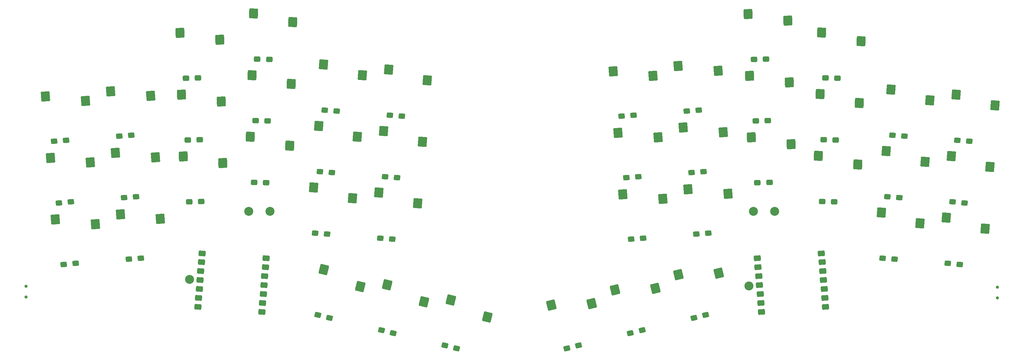
<source format=gbr>
%TF.GenerationSoftware,KiCad,Pcbnew,9.0.0*%
%TF.CreationDate,2025-05-12T23:02:27+03:00*%
%TF.ProjectId,NIOKR,4e494f4b-522e-46b6-9963-61645f706362,rev?*%
%TF.SameCoordinates,Original*%
%TF.FileFunction,Copper,L2,Bot*%
%TF.FilePolarity,Positive*%
%FSLAX46Y46*%
G04 Gerber Fmt 4.6, Leading zero omitted, Abs format (unit mm)*
G04 Created by KiCad (PCBNEW 9.0.0) date 2025-05-12 23:02:27*
%MOMM*%
%LPD*%
G01*
G04 APERTURE LIST*
G04 Aperture macros list*
%AMRoundRect*
0 Rectangle with rounded corners*
0 $1 Rounding radius*
0 $2 $3 $4 $5 $6 $7 $8 $9 X,Y pos of 4 corners*
0 Add a 4 corners polygon primitive as box body*
4,1,4,$2,$3,$4,$5,$6,$7,$8,$9,$2,$3,0*
0 Add four circle primitives for the rounded corners*
1,1,$1+$1,$2,$3*
1,1,$1+$1,$4,$5*
1,1,$1+$1,$6,$7*
1,1,$1+$1,$8,$9*
0 Add four rect primitives between the rounded corners*
20,1,$1+$1,$2,$3,$4,$5,0*
20,1,$1+$1,$4,$5,$6,$7,0*
20,1,$1+$1,$6,$7,$8,$9,0*
20,1,$1+$1,$8,$9,$2,$3,0*%
G04 Aperture macros list end*
%TA.AperFunction,Conductor*%
%ADD10C,0.000000*%
%TD*%
%TA.AperFunction,CastellatedPad*%
%ADD11RoundRect,0.250000X-0.706497X-0.582226X0.788879X-0.464537X0.706497X0.582226X-0.788879X0.464537X0*%
%TD*%
%TA.AperFunction,CastellatedPad*%
%ADD12RoundRect,0.250000X-0.788879X-0.464537X0.706497X-0.582226X0.788879X0.464537X-0.706497X0.582226X0*%
%TD*%
%TA.AperFunction,SMDPad,CuDef*%
%ADD13RoundRect,0.271739X0.687844X1.325458X-1.214619X0.868717X-0.687844X-1.325458X1.214619X-0.868717X0*%
%TD*%
%TA.AperFunction,SMDPad,CuDef*%
%ADD14RoundRect,0.271739X0.886723X1.201536X-1.063768X1.048029X-0.886723X-1.201536X1.063768X-1.048029X0*%
%TD*%
%TA.AperFunction,SMDPad,CuDef*%
%ADD15RoundRect,0.271739X0.948391X1.153482X-1.007460X1.102266X-0.948391X-1.153482X1.007460X-1.102266X0*%
%TD*%
%TA.AperFunction,SMDPad,CuDef*%
%ADD16RoundRect,0.271739X1.007460X1.102266X-0.948391X1.153482X-1.007460X-1.102266X0.948391X-1.153482X0*%
%TD*%
%TA.AperFunction,SMDPad,CuDef*%
%ADD17RoundRect,0.271739X1.063768X1.048029X-0.886723X1.201536X-1.063768X-1.048029X0.886723X-1.201536X0*%
%TD*%
%TA.AperFunction,SMDPad,CuDef*%
%ADD18RoundRect,0.271739X1.214619X0.868717X-0.687844X1.325458X-1.214619X-0.868717X0.687844X-1.325458X0*%
%TD*%
%TA.AperFunction,ComponentPad*%
%ADD19C,2.540000*%
%TD*%
%TA.AperFunction,WasherPad*%
%ADD20C,0.900000*%
%TD*%
%TA.AperFunction,SMDPad,CuDef*%
%ADD21RoundRect,0.250000X0.608767X0.549457X-0.687226X0.447460X-0.608767X-0.549457X0.687226X-0.447460X0*%
%TD*%
%TA.AperFunction,SMDPad,CuDef*%
%ADD22RoundRect,0.250000X0.687226X0.447460X-0.608767X0.549457X-0.687226X-0.447460X0.608767X-0.549457X0*%
%TD*%
%TA.AperFunction,SMDPad,CuDef*%
%ADD23RoundRect,0.250000X0.636689X0.516844X-0.662866X0.482814X-0.636689X-0.516844X0.662866X-0.482814X0*%
%TD*%
%TA.AperFunction,SMDPad,CuDef*%
%ADD24RoundRect,0.250000X0.748763X0.334445X-0.515318X0.637924X-0.748763X-0.334445X0.515318X-0.637924X0*%
%TD*%
%TA.AperFunction,SMDPad,CuDef*%
%ADD25RoundRect,0.250000X0.515318X0.637924X-0.748763X0.334445X-0.515318X-0.637924X0.748763X-0.334445X0*%
%TD*%
%TA.AperFunction,SMDPad,CuDef*%
%ADD26RoundRect,0.250000X0.662866X0.482814X-0.636689X0.516844X-0.662866X-0.482814X0.636689X-0.516844X0*%
%TD*%
G04 APERTURE END LIST*
D10*
%TA.AperFunction,Conductor*%
%TO.N,L-COL0*%
G36*
X-153889832Y-2846467D02*
G01*
X-153886206Y-2863397D01*
X-153885943Y-2865579D01*
X-153885725Y-2867759D01*
X-153885550Y-2869932D01*
X-153885413Y-2872096D01*
X-153885311Y-2874248D01*
X-153885240Y-2876385D01*
X-153885196Y-2878504D01*
X-153885176Y-2880601D01*
X-153884144Y-3323243D01*
X-153916186Y-3008127D01*
X-153916449Y-3005746D01*
X-153971747Y-2545106D01*
X-153889832Y-2846467D01*
G37*
%TD.AperFunction*%
%TD*%
D11*
%TO.P,U2,1,P0.02_A0_D0*%
%TO.N,R-ROW3*%
X35752268Y-27737623D03*
%TO.P,U2,2,P0.03_A1_D1*%
%TO.N,R-ROW2*%
X35552982Y-25205453D03*
%TO.P,U2,3,P0.28_A2_D2*%
%TO.N,R-ROW1*%
X35353696Y-22673283D03*
%TO.P,U2,4,P0.29_A3_D3*%
%TO.N,R-ROW0*%
X35154410Y-20141113D03*
%TO.P,U2,5,P0.04_A4_D4_SDA*%
%TO.N,R-COL5*%
X34955124Y-17608943D03*
%TO.P,U2,6,P0.05_A5_D5_SCL*%
%TO.N,R-COL4*%
X34755838Y-15076773D03*
%TO.P,U2,7,P1.11_D6_TX*%
%TO.N,unconnected-(U2-P1.11_D6_TX-Pad7)*%
X34556552Y-12544603D03*
%TO.P,U2,8,P1.12_D7_RX*%
%TO.N,R-COL0*%
X52680509Y-11118217D03*
%TO.P,U2,9,P1.13_D8_SCK*%
%TO.N,R-COL1*%
X52879795Y-13650387D03*
%TO.P,U2,10,P1.14_D9_MISO*%
%TO.N,R-COL2*%
X53079081Y-16182557D03*
%TO.P,U2,11,P1.15_D10_MOSI*%
%TO.N,R-COL3*%
X53278367Y-18714727D03*
%TO.P,U2,12,3V3*%
%TO.N,unconnected-(U2-3V3-Pad12)*%
X53477653Y-21246897D03*
%TO.P,U2,13,GND*%
%TO.N,R-GND*%
X53676939Y-23779067D03*
%TO.P,U2,14,5V*%
%TO.N,unconnected-(U2-5V-Pad14)*%
X53876225Y-26311237D03*
%TD*%
D12*
%TO.P,U1,1,P0.02_A0_D0*%
%TO.N,L-ROW3*%
X-123876225Y-26311237D03*
%TO.P,U1,2,P0.03_A1_D1*%
%TO.N,L-ROW2*%
X-123676939Y-23779067D03*
%TO.P,U1,3,P0.28_A2_D2*%
%TO.N,L-ROW1*%
X-123477653Y-21246897D03*
%TO.P,U1,4,P0.29_A3_D3*%
%TO.N,L-ROW0*%
X-123278367Y-18714727D03*
%TO.P,U1,5,P0.04_A4_D4_SDA*%
%TO.N,L-COL5*%
X-123079081Y-16182557D03*
%TO.P,U1,6,P0.05_A5_D5_SCL*%
%TO.N,L-COL4*%
X-122879795Y-13650387D03*
%TO.P,U1,7,P1.11_D6_TX*%
%TO.N,unconnected-(U1-P1.11_D6_TX-Pad7)*%
X-122680509Y-11118217D03*
%TO.P,U1,8,P1.12_D7_RX*%
%TO.N,L-COL0*%
X-104556552Y-12544603D03*
%TO.P,U1,9,P1.13_D8_SCK*%
%TO.N,L-COL1*%
X-104755838Y-15076773D03*
%TO.P,U1,10,P1.14_D9_MISO*%
%TO.N,L-COL2*%
X-104955124Y-17608943D03*
%TO.P,U1,11,P1.15_D10_MOSI*%
%TO.N,L-COL3*%
X-105154410Y-20141113D03*
%TO.P,U1,12,3V3*%
%TO.N,unconnected-(U1-3V3-Pad12)*%
X-105353696Y-22673283D03*
%TO.P,U1,13,GND*%
%TO.N,L-GND*%
X-105552982Y-25205453D03*
%TO.P,U1,14,5V*%
%TO.N,unconnected-(U1-5V-Pad14)*%
X-105752268Y-27737623D03*
%TD*%
D13*
%TO.P,R-S20,1,1*%
%TO.N,R-COL5*%
X-12355445Y-25367589D03*
%TO.P,R-S20,2,2*%
%TO.N,Net-(R-D20-A)*%
X-23759568Y-25842963D03*
%TD*%
%TO.P,R-S19,1,1*%
%TO.N,R-COL4*%
X5633399Y-21048850D03*
%TO.P,R-S19,2,2*%
%TO.N,Net-(R-D19-A)*%
X-5770724Y-21524224D03*
%TD*%
%TO.P,R-S18,1,1*%
%TO.N,R-COL3*%
X23622242Y-16730111D03*
%TO.P,R-S18,2,2*%
%TO.N,Net-(R-D18-A)*%
X12218119Y-17205485D03*
%TD*%
D14*
%TO.P,R-S17,1,1*%
%TO.N,R-COL5*%
X7784732Y4324113D03*
%TO.P,R-S17,2,2*%
%TO.N,Net-(R-D17-A)*%
X-3553352Y5638589D03*
%TD*%
%TO.P,R-S16,1,1*%
%TO.N,R-COL4*%
X26227703Y5775606D03*
%TO.P,R-S16,2,2*%
%TO.N,Net-(R-D16-A)*%
X14889619Y7090082D03*
%TD*%
D15*
%TO.P,R-S15,1,1*%
%TO.N,R-COL3*%
X44095208Y19861083D03*
%TO.P,R-S15,2,2*%
%TO.N,Net-(R-D15-A)*%
X32841456Y21767148D03*
%TD*%
D16*
%TO.P,R-S14,1,1*%
%TO.N,R-COL2*%
X62989527Y14055943D03*
%TO.P,R-S14,2,2*%
%TO.N,Net-(R-D14-A)*%
X51850954Y16548371D03*
%TD*%
D17*
%TO.P,R-S13,1,1*%
%TO.N,R-COL1*%
X80641836Y-2635209D03*
%TO.P,R-S13,2,2*%
%TO.N,Net-(R-D13-A)*%
X69648972Y436751D03*
%TD*%
%TO.P,R-S12,1,1*%
%TO.N,R-COL0*%
X99084806Y-4086703D03*
%TO.P,R-S12,2,2*%
%TO.N,Net-(R-D12-A)*%
X88091942Y-1014743D03*
%TD*%
D14*
%TO.P,R-S11,1,1*%
%TO.N,R-COL5*%
X6411698Y21770166D03*
%TO.P,R-S11,2,2*%
%TO.N,Net-(R-D11-A)*%
X-4926386Y23084642D03*
%TD*%
%TO.P,R-S10,1,1*%
%TO.N,R-COL4*%
X24854668Y23221660D03*
%TO.P,R-S10,2,2*%
%TO.N,Net-(R-D10-A)*%
X13516584Y24536136D03*
%TD*%
D15*
%TO.P,R-S9,1,1*%
%TO.N,R-COL3*%
X43637112Y37355087D03*
%TO.P,R-S9,2,2*%
%TO.N,Net-(R-D9-A)*%
X32383360Y39261152D03*
%TD*%
D16*
%TO.P,R-S8,1,1*%
%TO.N,R-COL2*%
X63447623Y31549946D03*
%TO.P,R-S8,2,2*%
%TO.N,Net-(R-D8-A)*%
X52309050Y34042374D03*
%TD*%
D17*
%TO.P,R-S7,1,1*%
%TO.N,R-COL1*%
X82014870Y14810844D03*
%TO.P,R-S7,2,2*%
%TO.N,Net-(R-D7-A)*%
X71022006Y17882804D03*
%TD*%
%TO.P,R-S6,1,1*%
%TO.N,R-COL0*%
X100457841Y13359351D03*
%TO.P,R-S6,2,2*%
%TO.N,Net-(R-D6-A)*%
X89464977Y16431311D03*
%TD*%
D14*
%TO.P,R-S5,1,1*%
%TO.N,R-COL5*%
X5038664Y39216220D03*
%TO.P,R-S5,2,2*%
%TO.N,Net-(R-D5-A)*%
X-6299420Y40530696D03*
%TD*%
%TO.P,R-S4,1,1*%
%TO.N,R-COL4*%
X23481634Y40667713D03*
%TO.P,R-S4,2,2*%
%TO.N,Net-(R-D4-A)*%
X12143550Y41982189D03*
%TD*%
D15*
%TO.P,R-S3,1,1*%
%TO.N,R-COL3*%
X43179015Y54849090D03*
%TO.P,R-S3,2,2*%
%TO.N,Net-(R-D03-A)*%
X31925263Y56755155D03*
%TD*%
D16*
%TO.P,R-S2,1,1*%
%TO.N,R-COL2*%
X63905720Y49043950D03*
%TO.P,R-S2,2,2*%
%TO.N,Net-(R-D2-A)*%
X52767147Y51536378D03*
%TD*%
D17*
%TO.P,R-S1,1,1*%
%TO.N,R-COL1*%
X83387904Y32256897D03*
%TO.P,R-S1,2,2*%
%TO.N,Net-(R-D1-A)*%
X72395040Y35328857D03*
%TD*%
%TO.P,R-S0,1,1*%
%TO.N,R-COL0*%
X101830875Y30805404D03*
%TO.P,R-S0,2,2*%
%TO.N,Net-(R-D0-A)*%
X90838011Y33877364D03*
%TD*%
D18*
%TO.P,L-S20,1,1*%
%TO.N,L-COL5*%
X-41892162Y-29149404D03*
%TO.P,L-S20,2,2*%
%TO.N,Net-(L-D20-A)*%
X-52269125Y-24395602D03*
%TD*%
%TO.P,L-S19,1,1*%
%TO.N,L-COL4*%
X-59881006Y-24830665D03*
%TO.P,L-S19,2,2*%
%TO.N,Net-(L-D19-A)*%
X-70257969Y-20076863D03*
%TD*%
%TO.P,L-S18,1,1*%
%TO.N,L-COL3*%
X-77869849Y-20511926D03*
%TO.P,L-S18,2,2*%
%TO.N,Net-(L-D18-A)*%
X-88246812Y-15758124D03*
%TD*%
D17*
%TO.P,L-S17,1,1*%
%TO.N,L-COL5*%
X-61634671Y3053075D03*
%TO.P,L-S17,2,2*%
%TO.N,Net-(L-D17-A)*%
X-72627535Y6125035D03*
%TD*%
%TO.P,L-S16,1,1*%
%TO.N,L-COL4*%
X-80077642Y4504568D03*
%TO.P,L-S16,2,2*%
%TO.N,Net-(L-D16-A)*%
X-91070506Y7576528D03*
%TD*%
D16*
%TO.P,L-S15,1,1*%
%TO.N,L-COL3*%
X-97900759Y19437017D03*
%TO.P,L-S15,2,2*%
%TO.N,Net-(L-D15-A)*%
X-109039332Y21929445D03*
%TD*%
D15*
%TO.P,L-S14,1,1*%
%TO.N,L-COL2*%
X-116795078Y14480009D03*
%TO.P,L-S14,2,2*%
%TO.N,Net-(L-D14-A)*%
X-128048830Y16386074D03*
%TD*%
D14*
%TO.P,L-S13,1,1*%
%TO.N,L-COL1*%
X-134491775Y-1364171D03*
%TO.P,L-S13,2,2*%
%TO.N,Net-(L-D13-A)*%
X-145829859Y-49695D03*
%TD*%
%TO.P,L-S12,1,1*%
%TO.N,L-COL0*%
X-152934745Y-2815665D03*
%TO.P,L-S12,2,2*%
%TO.N,Net-(L-D12-A)*%
X-164272829Y-1501189D03*
%TD*%
D17*
%TO.P,L-S11,1,1*%
%TO.N,L-COL5*%
X-60261637Y20499128D03*
%TO.P,L-S11,2,2*%
%TO.N,Net-(L-D11-A)*%
X-71254501Y23571088D03*
%TD*%
%TO.P,L-S10,1,1*%
%TO.N,L-COL4*%
X-78704607Y21950622D03*
%TO.P,L-S10,2,2*%
%TO.N,Net-(L-D10-A)*%
X-89697471Y25022582D03*
%TD*%
D16*
%TO.P,L-S9,1,1*%
%TO.N,L-COL3*%
X-97442663Y36931021D03*
%TO.P,L-S9,2,2*%
%TO.N,Net-(L-D9-A)*%
X-108581236Y39423449D03*
%TD*%
D15*
%TO.P,L-S8,1,1*%
%TO.N,L-COL2*%
X-117253174Y31974012D03*
%TO.P,L-S8,2,2*%
%TO.N,Net-(L-D8-A)*%
X-128506926Y33880077D03*
%TD*%
D14*
%TO.P,L-S7,1,1*%
%TO.N,L-COL1*%
X-135864809Y16081882D03*
%TO.P,L-S7,2,2*%
%TO.N,Net-(L-D7-A)*%
X-147202893Y17396358D03*
%TD*%
%TO.P,L-S6,1,1*%
%TO.N,L-COL0*%
X-154307780Y14630389D03*
%TO.P,L-S6,2,2*%
%TO.N,Net-(L-D6-A)*%
X-165645864Y15944865D03*
%TD*%
D17*
%TO.P,L-S5,1,1*%
%TO.N,L-COL5*%
X-58888603Y37945182D03*
%TO.P,L-S5,2,2*%
%TO.N,Net-(L-D5-A)*%
X-69881467Y41017142D03*
%TD*%
%TO.P,L-S4,1,1*%
%TO.N,L-COL4*%
X-77331573Y39396675D03*
%TO.P,L-S4,2,2*%
%TO.N,Net-(L-D4-A)*%
X-88324437Y42468635D03*
%TD*%
D16*
%TO.P,L-S3,1,1*%
%TO.N,L-COL3*%
X-96984566Y54425024D03*
%TO.P,L-S3,2,2*%
%TO.N,Net-(L-D3-A)*%
X-108123139Y56917452D03*
%TD*%
D15*
%TO.P,L-S2,1,1*%
%TO.N,L-COL2*%
X-117711271Y49468016D03*
%TO.P,L-S2,2,2*%
%TO.N,Net-(L-D2-A)*%
X-128965023Y51374081D03*
%TD*%
D14*
%TO.P,L-S1,1,1*%
%TO.N,L-COL1*%
X-137237843Y33527935D03*
%TO.P,L-S1,2,2*%
%TO.N,Net-(L-D1-A)*%
X-148575927Y34842411D03*
%TD*%
%TO.P,L-S0,1,1*%
%TO.N,L-COL0*%
X-155680814Y32076442D03*
%TO.P,L-S0,2,2*%
%TO.N,Net-(L-D0-A)*%
X-167018898Y33390918D03*
%TD*%
D19*
%TO.P,R-BAT+2,1,BAT+*%
%TO.N,R-BAT+*%
X32163658Y-20376491D03*
%TD*%
%TO.P,L-BAT+2,1,BAT+*%
%TO.N,L-BAT+*%
X-126268812Y-18479374D03*
%TD*%
%TO.P,R-BAT+1,1,BAT+*%
%TO.N,R-VBAT*%
X39448972Y754882D03*
%TD*%
D20*
%TO.P,L-PSW1,*%
%TO.N,*%
X-172508804Y-20503461D03*
X-172558804Y-23503461D03*
%TD*%
%TO.P,R-PSW1,*%
%TO.N,*%
X102508819Y-23751041D03*
X102558819Y-20751041D03*
%TD*%
D19*
%TO.P,L-GND1,1,GND*%
%TO.N,L-GND*%
X-103448972Y754882D03*
%TD*%
%TO.P,L-BAT+1,1,BAT+*%
%TO.N,L-VBAT*%
X-109448972Y754882D03*
%TD*%
%TO.P,R-GND1,1,GND*%
%TO.N,R-GND*%
X33448972Y754882D03*
%TD*%
D21*
%TO.P,R-D16,1,K*%
%TO.N,R-ROW2*%
X20686942Y-5393548D03*
%TO.P,R-D16,2,A*%
%TO.N,Net-(R-D16-A)*%
X17297426Y-5660308D03*
%TD*%
D22*
%TO.P,L-D11,1,K*%
%TO.N,L-ROW1*%
X-67481421Y10334252D03*
%TO.P,L-D11,2,A*%
%TO.N,Net-(L-D11-A)*%
X-70870937Y10601012D03*
%TD*%
D21*
%TO.P,L-D6,1,K*%
%TO.N,L-ROW1*%
X-159848534Y3461235D03*
%TO.P,L-D6,2,A*%
%TO.N,Net-(L-D6-A)*%
X-163238050Y3194475D03*
%TD*%
D22*
%TO.P,R-D13,1,K*%
%TO.N,R-ROW2*%
X73422057Y-12800086D03*
%TO.P,R-D13,2,A*%
%TO.N,Net-(R-D13-A)*%
X70032541Y-12533326D03*
%TD*%
D23*
%TO.P,R-D15,1,K*%
%TO.N,R-ROW2*%
X37977494Y8997218D03*
%TO.P,R-D15,2,A*%
%TO.N,Net-(R-D15-A)*%
X34578660Y8908216D03*
%TD*%
%TO.P,L-D8,1,K*%
%TO.N,L-ROW1*%
X-123370889Y21110147D03*
%TO.P,L-D8,2,A*%
%TO.N,Net-(L-D8-A)*%
X-126769723Y21021145D03*
%TD*%
D21*
%TO.P,R-D17,1,K*%
%TO.N,R-ROW2*%
X2243978Y-6845041D03*
%TO.P,R-D17,2,A*%
%TO.N,Net-(R-D17-A)*%
X-1145538Y-7111801D03*
%TD*%
%TO.P,L-D7,1,K*%
%TO.N,L-ROW1*%
X-141405570Y4912727D03*
%TO.P,L-D7,2,A*%
%TO.N,Net-(L-D7-A)*%
X-144795086Y4645967D03*
%TD*%
D22*
%TO.P,R-D1,1,K*%
%TO.N,R-ROW0*%
X76168120Y22092021D03*
%TO.P,R-D1,2,A*%
%TO.N,Net-(R-D1-A)*%
X72778604Y22358781D03*
%TD*%
D24*
%TO.P,L-D19,1,K*%
%TO.N,L-ROW3*%
X-68602036Y-33740973D03*
%TO.P,L-D19,2,A*%
%TO.N,Net-(L-D19-A)*%
X-71908094Y-32947259D03*
%TD*%
D22*
%TO.P,L-D4,1,K*%
%TO.N,L-ROW0*%
X-84551358Y29231798D03*
%TO.P,L-D4,2,A*%
%TO.N,Net-(L-D4-A)*%
X-87940874Y29498558D03*
%TD*%
D21*
%TO.P,L-D1,1,K*%
%TO.N,L-ROW0*%
X-142778603Y22358781D03*
%TO.P,L-D1,2,A*%
%TO.N,Net-(L-D1-A)*%
X-146168119Y22092021D03*
%TD*%
D25*
%TO.P,R-D20,1,K*%
%TO.N,R-ROW3*%
X-16080747Y-37265998D03*
%TO.P,R-D20,2,A*%
%TO.N,Net-(R-D20-A)*%
X-19386805Y-38059712D03*
%TD*%
D23*
%TO.P,R-D9,1,K*%
%TO.N,R-ROW1*%
X37519416Y26491222D03*
%TO.P,R-D9,2,A*%
%TO.N,Net-(R-D9-A)*%
X34120582Y26402220D03*
%TD*%
D26*
%TO.P,R-D14,1,K*%
%TO.N,R-ROW2*%
X56311626Y3527142D03*
%TO.P,R-D14,2,A*%
%TO.N,Net-(R-D14-A)*%
X52912792Y3616144D03*
%TD*%
D23*
%TO.P,R-D03,1,K*%
%TO.N,R-ROW0*%
X37029417Y43944501D03*
%TO.P,R-D03,2,A*%
%TO.N,Net-(R-D03-A)*%
X33630583Y43855499D03*
%TD*%
D25*
%TO.P,R-D19,1,K*%
%TO.N,R-ROW3*%
X1908097Y-32947259D03*
%TO.P,R-D19,2,A*%
%TO.N,Net-(R-D19-A)*%
X-1397961Y-33740973D03*
%TD*%
%TO.P,R-D18,1,K*%
%TO.N,R-ROW3*%
X19896938Y-28628520D03*
%TO.P,R-D18,2,A*%
%TO.N,Net-(R-D18-A)*%
X16590880Y-29422234D03*
%TD*%
D26*
%TO.P,L-D9,1,K*%
%TO.N,L-ROW1*%
X-104120582Y26402220D03*
%TO.P,L-D9,2,A*%
%TO.N,Net-(L-D9-A)*%
X-107519416Y26491222D03*
%TD*%
%TO.P,L-D3,1,K*%
%TO.N,L-ROW0*%
X-103662486Y43896223D03*
%TO.P,L-D3,2,A*%
%TO.N,Net-(L-D3-A)*%
X-107061320Y43985225D03*
%TD*%
D21*
%TO.P,L-D12,1,K*%
%TO.N,L-ROW2*%
X-158475506Y-13984819D03*
%TO.P,L-D12,2,A*%
%TO.N,Net-(L-D12-A)*%
X-161865022Y-14251579D03*
%TD*%
D24*
%TO.P,L-D20,1,K*%
%TO.N,L-ROW3*%
X-50613193Y-38059712D03*
%TO.P,L-D20,2,A*%
%TO.N,Net-(L-D20-A)*%
X-53919251Y-37265998D03*
%TD*%
D21*
%TO.P,R-D5,1,K*%
%TO.N,R-ROW0*%
X-502097Y28047065D03*
%TO.P,R-D5,2,A*%
%TO.N,Net-(R-D5-A)*%
X-3891613Y27780305D03*
%TD*%
D22*
%TO.P,L-D17,1,K*%
%TO.N,L-ROW2*%
X-68854456Y-7111801D03*
%TO.P,L-D17,2,A*%
%TO.N,Net-(L-D17-A)*%
X-72243972Y-6845041D03*
%TD*%
D23*
%TO.P,L-D14,1,K*%
%TO.N,L-ROW2*%
X-122912792Y3616144D03*
%TO.P,L-D14,2,A*%
%TO.N,Net-(L-D14-A)*%
X-126311626Y3527142D03*
%TD*%
D21*
%TO.P,R-D11,1,K*%
%TO.N,R-ROW1*%
X870937Y10601012D03*
%TO.P,R-D11,2,A*%
%TO.N,Net-(R-D11-A)*%
X-2518579Y10334252D03*
%TD*%
D26*
%TO.P,L-D15,1,K*%
%TO.N,L-ROW2*%
X-104578641Y8908216D03*
%TO.P,L-D15,2,A*%
%TO.N,Net-(L-D15-A)*%
X-107977475Y8997218D03*
%TD*%
%TO.P,R-D2,1,K*%
%TO.N,R-ROW0*%
X57227800Y38515149D03*
%TO.P,R-D2,2,A*%
%TO.N,Net-(R-D2-A)*%
X53828966Y38604151D03*
%TD*%
%TO.P,R-D8,1,K*%
%TO.N,R-ROW1*%
X56769723Y21021145D03*
%TO.P,R-D8,2,A*%
%TO.N,Net-(R-D8-A)*%
X53370889Y21110147D03*
%TD*%
D23*
%TO.P,L-D2,1,K*%
%TO.N,L-ROW0*%
X-123828966Y38604151D03*
%TO.P,L-D2,2,A*%
%TO.N,Net-(L-D2-A)*%
X-127227800Y38515149D03*
%TD*%
D21*
%TO.P,R-D4,1,K*%
%TO.N,R-ROW0*%
X17940874Y29498559D03*
%TO.P,R-D4,2,A*%
%TO.N,Net-(R-D4-A)*%
X14551358Y29231799D03*
%TD*%
D22*
%TO.P,R-D7,1,K*%
%TO.N,R-ROW1*%
X74795079Y4645968D03*
%TO.P,R-D7,2,A*%
%TO.N,Net-(R-D7-A)*%
X71405563Y4912728D03*
%TD*%
%TO.P,L-D16,1,K*%
%TO.N,L-ROW2*%
X-87297426Y-5660308D03*
%TO.P,L-D16,2,A*%
%TO.N,Net-(L-D16-A)*%
X-90686942Y-5393548D03*
%TD*%
D21*
%TO.P,L-D13,1,K*%
%TO.N,L-ROW2*%
X-140032535Y-12533325D03*
%TO.P,L-D13,2,A*%
%TO.N,Net-(L-D13-A)*%
X-143422051Y-12800085D03*
%TD*%
D22*
%TO.P,R-D12,1,K*%
%TO.N,R-ROW2*%
X91865022Y-14251579D03*
%TO.P,R-D12,2,A*%
%TO.N,Net-(R-D12-A)*%
X88475506Y-13984819D03*
%TD*%
D24*
%TO.P,L-D18,1,K*%
%TO.N,L-ROW3*%
X-86590882Y-29422233D03*
%TO.P,L-D18,2,A*%
%TO.N,Net-(L-D18-A)*%
X-89896940Y-28628519D03*
%TD*%
D21*
%TO.P,R-D10,1,K*%
%TO.N,R-ROW1*%
X19313915Y12052506D03*
%TO.P,R-D10,2,A*%
%TO.N,Net-(R-D10-A)*%
X15924399Y11785746D03*
%TD*%
%TO.P,L-D0,1,K*%
%TO.N,L-ROW0*%
X-161221574Y20907287D03*
%TO.P,L-D0,2,A*%
%TO.N,Net-(L-D0-A)*%
X-164611090Y20640527D03*
%TD*%
D22*
%TO.P,L-D10,1,K*%
%TO.N,L-ROW1*%
X-85924386Y11785745D03*
%TO.P,L-D10,2,A*%
%TO.N,Net-(L-D10-A)*%
X-89313902Y12052505D03*
%TD*%
%TO.P,R-D0,1,K*%
%TO.N,R-ROW0*%
X94611090Y20640528D03*
%TO.P,R-D0,2,A*%
%TO.N,Net-(R-D0-A)*%
X91221574Y20907288D03*
%TD*%
%TO.P,R-D6,1,K*%
%TO.N,R-ROW1*%
X93238056Y3194474D03*
%TO.P,R-D6,2,A*%
%TO.N,Net-(R-D6-A)*%
X89848540Y3461234D03*
%TD*%
%TO.P,L-D5,1,K*%
%TO.N,L-ROW0*%
X-66108381Y27780305D03*
%TO.P,L-D5,2,A*%
%TO.N,Net-(L-D5-A)*%
X-69497897Y28047065D03*
%TD*%
M02*

</source>
